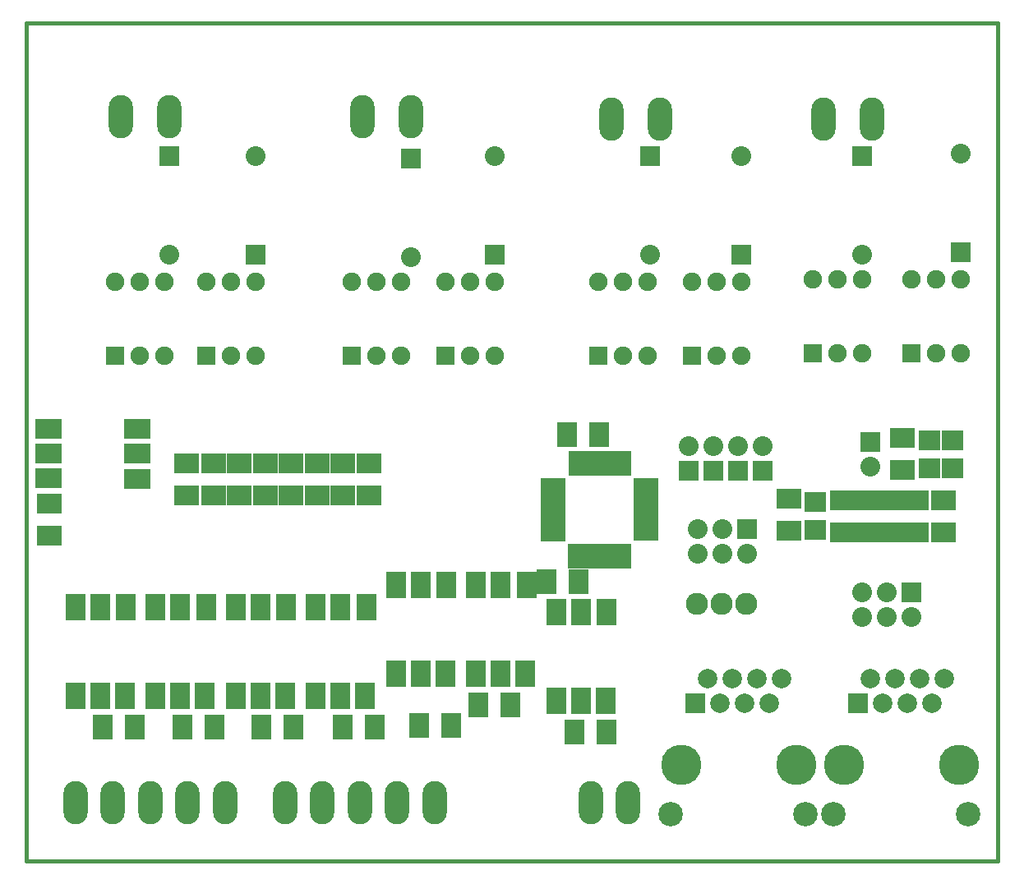
<source format=gts>
G04 (created by PCBNEW (2013-07-07 BZR 4022)-stable) date 02/10/2018 19:34:55*
%MOIN*%
G04 Gerber Fmt 3.4, Leading zero omitted, Abs format*
%FSLAX34Y34*%
G01*
G70*
G90*
G04 APERTURE LIST*
%ADD10C,0.00590551*%
%ADD11C,0.015*%
%ADD12R,0.0377X0.0987*%
%ADD13R,0.0987X0.0377*%
%ADD14O,0.098X0.176*%
%ADD15R,0.08X0.08*%
%ADD16C,0.08*%
%ADD17R,0.0909X0.0829*%
%ADD18R,0.08X0.1*%
%ADD19R,0.1X0.08*%
%ADD20C,0.1637*%
%ADD21R,0.0791X0.0791*%
%ADD22C,0.0791*%
%ADD23C,0.0987402*%
%ADD24R,0.11X0.082*%
%ADD25R,0.082X0.11*%
%ADD26C,0.09*%
%ADD27R,0.075X0.075*%
%ADD28C,0.075*%
G04 APERTURE END LIST*
G54D10*
G54D11*
X71500Y-62000D02*
X110900Y-62000D01*
X71500Y-28000D02*
X110900Y-28000D01*
X110900Y-28000D02*
X110800Y-28000D01*
X110900Y-62000D02*
X110900Y-28000D01*
X71500Y-62000D02*
X71500Y-28000D01*
G54D12*
X93657Y-45854D03*
X93972Y-45854D03*
X94287Y-45854D03*
X94602Y-45854D03*
X94917Y-45854D03*
X95232Y-45854D03*
X95547Y-45854D03*
X95862Y-45854D03*
X95860Y-49620D03*
X93650Y-49620D03*
X93970Y-49620D03*
X94290Y-49620D03*
X94600Y-49620D03*
X94920Y-49620D03*
X95230Y-49620D03*
X95550Y-49620D03*
G54D13*
X96650Y-46638D03*
X96650Y-46952D03*
X96650Y-47268D03*
X96650Y-47582D03*
X96650Y-47898D03*
X96650Y-48212D03*
X96650Y-48528D03*
X96650Y-48842D03*
X92870Y-46640D03*
X92870Y-46950D03*
X92870Y-47270D03*
X92870Y-47580D03*
X92870Y-47890D03*
X92870Y-48210D03*
X92870Y-48530D03*
X92870Y-48850D03*
G54D14*
X82000Y-59645D03*
X83515Y-59645D03*
X85031Y-59645D03*
X86547Y-59645D03*
X88062Y-59645D03*
X73500Y-59645D03*
X75015Y-59645D03*
X76531Y-59645D03*
X78047Y-59645D03*
X79562Y-59645D03*
G54D15*
X107400Y-51112D03*
G54D16*
X107400Y-52112D03*
X106400Y-51112D03*
X106400Y-52112D03*
X105400Y-51112D03*
X105400Y-52112D03*
G54D17*
X109060Y-46059D03*
X109060Y-44941D03*
X108150Y-46059D03*
X108150Y-44941D03*
X103500Y-47441D03*
X103500Y-48559D03*
G54D15*
X101375Y-46175D03*
G54D16*
X101375Y-45175D03*
G54D15*
X100375Y-46175D03*
G54D16*
X100375Y-45175D03*
G54D15*
X98375Y-46175D03*
G54D16*
X98375Y-45175D03*
G54D15*
X105725Y-45000D03*
G54D16*
X105725Y-46000D03*
G54D15*
X99375Y-46175D03*
G54D16*
X99375Y-45175D03*
G54D18*
X84350Y-56550D03*
X85650Y-56550D03*
G54D19*
X105600Y-48650D03*
X105600Y-47350D03*
X104600Y-48650D03*
X104600Y-47350D03*
X102450Y-48600D03*
X102450Y-47300D03*
G54D18*
X94750Y-44700D03*
X93450Y-44700D03*
G54D19*
X107050Y-44825D03*
X107050Y-46125D03*
G54D18*
X77850Y-56550D03*
X79150Y-56550D03*
G54D19*
X108700Y-48650D03*
X108700Y-47350D03*
G54D18*
X74600Y-56550D03*
X75900Y-56550D03*
X81050Y-56550D03*
X82350Y-56550D03*
X95050Y-56750D03*
X93750Y-56750D03*
X87450Y-56500D03*
X88750Y-56500D03*
X91150Y-55650D03*
X89850Y-55650D03*
G54D15*
X100725Y-48525D03*
G54D16*
X100725Y-49525D03*
X99725Y-48525D03*
X99725Y-49525D03*
X98725Y-48525D03*
X98725Y-49525D03*
G54D19*
X72450Y-47500D03*
X72450Y-48800D03*
X107600Y-47350D03*
X107600Y-48650D03*
X106600Y-47350D03*
X106600Y-48650D03*
G54D14*
X94400Y-59645D03*
X95915Y-59645D03*
G54D18*
X93900Y-50650D03*
X92600Y-50650D03*
G54D14*
X77290Y-31800D03*
X75320Y-31800D03*
X87090Y-31800D03*
X85120Y-31800D03*
X97190Y-31900D03*
X95220Y-31900D03*
X105790Y-31900D03*
X103820Y-31900D03*
G54D20*
X102738Y-58112D03*
X98065Y-58112D03*
G54D21*
X98650Y-55612D03*
G54D22*
X99150Y-54612D03*
X99650Y-55612D03*
X100150Y-54612D03*
X100650Y-55612D03*
X101150Y-54612D03*
X101650Y-55612D03*
X102150Y-54612D03*
G54D23*
X97650Y-60112D03*
X103100Y-60112D03*
G54D20*
X109338Y-58112D03*
X104665Y-58112D03*
G54D21*
X105250Y-55612D03*
G54D22*
X105750Y-54612D03*
X106250Y-55612D03*
X106750Y-54612D03*
X107250Y-55612D03*
X107750Y-54612D03*
X108250Y-55612D03*
X108750Y-54612D03*
G54D23*
X104250Y-60112D03*
X109700Y-60112D03*
G54D24*
X72400Y-44450D03*
X72400Y-45450D03*
X72400Y-46450D03*
X76000Y-46500D03*
X76000Y-45450D03*
X76000Y-44450D03*
G54D25*
X73500Y-55300D03*
X74500Y-55300D03*
X75500Y-55300D03*
X75550Y-51700D03*
X74500Y-51700D03*
X73500Y-51700D03*
X76750Y-55300D03*
X77750Y-55300D03*
X78750Y-55300D03*
X78800Y-51700D03*
X77750Y-51700D03*
X76750Y-51700D03*
X80000Y-55300D03*
X81000Y-55300D03*
X82000Y-55300D03*
X82050Y-51700D03*
X81000Y-51700D03*
X80000Y-51700D03*
X83250Y-55300D03*
X84250Y-55300D03*
X85250Y-55300D03*
X85300Y-51700D03*
X84250Y-51700D03*
X83250Y-51700D03*
X86500Y-54400D03*
X87500Y-54400D03*
X88500Y-54400D03*
X88550Y-50800D03*
X87500Y-50800D03*
X86500Y-50800D03*
X89750Y-54400D03*
X90750Y-54400D03*
X91750Y-54400D03*
X91800Y-50800D03*
X90750Y-50800D03*
X89750Y-50800D03*
X93000Y-55500D03*
X94000Y-55500D03*
X95000Y-55500D03*
X95050Y-51900D03*
X94000Y-51900D03*
X93000Y-51900D03*
G54D26*
X98700Y-51575D03*
X99700Y-51575D03*
X100700Y-51575D03*
G54D19*
X78000Y-47150D03*
X78000Y-45850D03*
X85400Y-47150D03*
X85400Y-45850D03*
X79100Y-47150D03*
X79100Y-45850D03*
X84350Y-47150D03*
X84350Y-45850D03*
X80150Y-47150D03*
X80150Y-45850D03*
X83300Y-47150D03*
X83300Y-45850D03*
X81200Y-47150D03*
X81200Y-45850D03*
X82250Y-47150D03*
X82250Y-45850D03*
G54D15*
X77300Y-33400D03*
G54D16*
X77300Y-37400D03*
G54D15*
X80800Y-37400D03*
G54D16*
X80800Y-33400D03*
G54D15*
X87100Y-33500D03*
G54D16*
X87100Y-37500D03*
G54D15*
X90500Y-37400D03*
G54D16*
X90500Y-33400D03*
G54D15*
X96800Y-33400D03*
G54D16*
X96800Y-37400D03*
G54D15*
X100500Y-37400D03*
G54D16*
X100500Y-33400D03*
G54D15*
X105400Y-33400D03*
G54D16*
X105400Y-37400D03*
G54D15*
X109400Y-37300D03*
G54D16*
X109400Y-33300D03*
G54D27*
X75100Y-41500D03*
G54D28*
X76100Y-41500D03*
X77100Y-41500D03*
X77100Y-38500D03*
X76100Y-38500D03*
X75100Y-38500D03*
G54D27*
X78800Y-41500D03*
G54D28*
X79800Y-41500D03*
X80800Y-41500D03*
X80800Y-38500D03*
X79800Y-38500D03*
X78800Y-38500D03*
G54D27*
X84700Y-41500D03*
G54D28*
X85700Y-41500D03*
X86700Y-41500D03*
X86700Y-38500D03*
X85700Y-38500D03*
X84700Y-38500D03*
G54D27*
X88500Y-41500D03*
G54D28*
X89500Y-41500D03*
X90500Y-41500D03*
X90500Y-38500D03*
X89500Y-38500D03*
X88500Y-38500D03*
G54D27*
X94700Y-41500D03*
G54D28*
X95700Y-41500D03*
X96700Y-41500D03*
X96700Y-38500D03*
X95700Y-38500D03*
X94700Y-38500D03*
G54D27*
X98500Y-41500D03*
G54D28*
X99500Y-41500D03*
X100500Y-41500D03*
X100500Y-38500D03*
X99500Y-38500D03*
X98500Y-38500D03*
G54D27*
X103400Y-41400D03*
G54D28*
X104400Y-41400D03*
X105400Y-41400D03*
X105400Y-38400D03*
X104400Y-38400D03*
X103400Y-38400D03*
G54D27*
X107400Y-41400D03*
G54D28*
X108400Y-41400D03*
X109400Y-41400D03*
X109400Y-38400D03*
X108400Y-38400D03*
X107400Y-38400D03*
M02*

</source>
